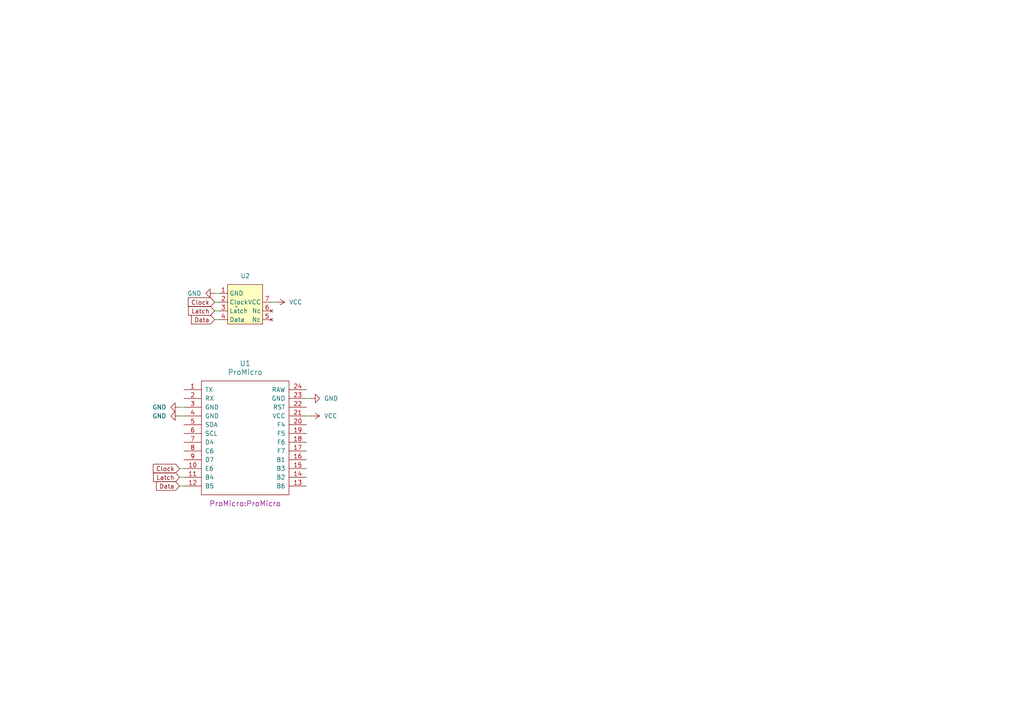
<source format=kicad_sch>
(kicad_sch (version 20230121) (generator eeschema)
  (paper "A4")
  (lib_symbols
    (symbol "NES Port:NES_Port"
      (property "Reference" "U" (at 0 -5.08 0))
      (symbol "NES_Port_0_1"
        (rectangle (start -5.08 3.81) (end -5.08 3.81))
      )
      (symbol "NES_Port_1_1"
        (rectangle (start -5.08 7.62) (end 5.08 -3.81) (fill (type background)))
        (pin unspecified line (at -7.62 5.08 0) (length 2.54) (name "GND") (number "1"))
        (pin input line (at -7.62 2.54 0) (length 2.54) (name "Clock") (number "2"))
        (pin input line (at -7.62 0 0) (length 2.54) (name "Latch") (number "3"))
        (pin output line (at -7.62 -2.54 0) (length 2.54) (name "Data") (number "4"))
        (pin no_connect line (at 7.62 -2.54 180) (length 2.54) (name "Nc") (number "5"))
        (pin no_connect line (at 7.62 0 180) (length 2.54) (name "Nc") (number "6"))
        (pin unspecified line (at 7.62 2.54 180) (length 2.54) (name "VCC") (number "7"))
      )
    )
    (symbol "ProMicro:ProMicro" (pin_names (offset 1.016))
      (property "Reference" "U" (at 0 24.13 0))
      (property "Value" "ProMicro" (at 0 -13.97 0))
      (symbol "ProMicro_0_1"
        (rectangle (start -12.7 21.59) (end 12.7 -11.43))
      )
      (symbol "ProMicro_1_1"
        (pin bidirectional line (at -17.78 19.05 0) (length 5.08) (name "TX") (number "1"))
        (pin bidirectional line (at -17.78 -3.81 0) (length 5.08) (name "E6") (number "10"))
        (pin bidirectional line (at -17.78 -6.35 0) (length 5.08) (name "B4") (number "11"))
        (pin bidirectional line (at -17.78 -8.89 0) (length 5.08) (name "B5") (number "12"))
        (pin bidirectional line (at 17.78 -8.89 180) (length 5.08) (name "B6") (number "13"))
        (pin bidirectional line (at 17.78 -6.35 180) (length 5.08) (name "B2") (number "14"))
        (pin bidirectional line (at 17.78 -3.81 180) (length 5.08) (name "B3") (number "15"))
        (pin bidirectional line (at 17.78 -1.27 180) (length 5.08) (name "B1") (number "16"))
        (pin bidirectional line (at 17.78 1.27 180) (length 5.08) (name "F7") (number "17"))
        (pin bidirectional line (at 17.78 3.81 180) (length 5.08) (name "F6") (number "18"))
        (pin bidirectional line (at 17.78 6.35 180) (length 5.08) (name "F5") (number "19"))
        (pin bidirectional line (at -17.78 16.51 0) (length 5.08) (name "RX") (number "2"))
        (pin bidirectional line (at 17.78 8.89 180) (length 5.08) (name "F4") (number "20"))
        (pin power_in line (at 17.78 11.43 180) (length 5.08) (name "VCC") (number "21"))
        (pin input line (at 17.78 13.97 180) (length 5.08) (name "RST") (number "22"))
        (pin power_in line (at 17.78 16.51 180) (length 5.08) (name "GND") (number "23"))
        (pin power_out line (at 17.78 19.05 180) (length 5.08) (name "RAW") (number "24"))
        (pin power_in line (at -17.78 13.97 0) (length 5.08) (name "GND") (number "3"))
        (pin power_in line (at -17.78 11.43 0) (length 5.08) (name "GND") (number "4"))
        (pin bidirectional line (at -17.78 8.89 0) (length 5.08) (name "SDA") (number "5"))
        (pin bidirectional line (at -17.78 6.35 0) (length 5.08) (name "SCL") (number "6"))
        (pin bidirectional line (at -17.78 3.81 0) (length 5.08) (name "D4") (number "7"))
        (pin bidirectional line (at -17.78 1.27 0) (length 5.08) (name "C6") (number "8"))
        (pin bidirectional line (at -17.78 -1.27 0) (length 5.08) (name "D7") (number "9"))
      )
    )
    (symbol "power:GND" (power) (pin_names (offset 0))
      (property "Value" "GND" (at 0 -3.81 0))
      (symbol "GND_0_1"
        (polyline (pts (xy 0 0) (xy 0 -1.27) (xy 1.27 -1.27) (xy 0 -2.54) (xy -1.27 -1.27) (xy 0 -1.27)))
      )
      (symbol "GND_1_1"
        (pin power_in line (at 0 0 270) (length 0) hide (name "GND") (number "1"))
      )
    )
    (symbol "power:VCC" (power) (pin_names (offset 0))
      (property "Value" "VCC" (at 0 3.81 0))
      (symbol "VCC_0_1"
        (polyline (pts (xy -0.762 1.27) (xy 0 2.54)))
        (polyline (pts (xy 0 0) (xy 0 2.54)))
        (polyline (pts (xy 0 2.54) (xy 0.762 1.27)))
      )
      (symbol "VCC_1_1"
        (pin power_in line (at 0 0 90) (length 0) hide (name "VCC") (number "1"))
      )
    )
  )
  (wire (pts (xy 52.07 138.43) (xy 53.34 138.43)))
  (wire (pts (xy 88.9 115.57) (xy 90.17 115.57)))
  (wire (pts (xy 62.23 92.71) (xy 63.5 92.71)))
  (wire (pts (xy 78.74 87.63) (xy 80.01 87.63)))
  (wire (pts (xy 52.07 140.97) (xy 53.34 140.97)))
  (wire (pts (xy 52.07 135.89) (xy 53.34 135.89)))
  (wire (pts (xy 62.23 87.63) (xy 63.5 87.63)))
  (wire (pts (xy 62.23 85.09) (xy 63.5 85.09)))
  (wire (pts (xy 52.07 118.11) (xy 53.34 118.11)))
  (wire (pts (xy 62.23 90.17) (xy 63.5 90.17)))
  (wire (pts (xy 88.9 120.65) (xy 90.17 120.65)))
  (wire (pts (xy 52.07 120.65) (xy 53.34 120.65)))
  (global_label "Latch" (shape input) (at 52.07 138.43 180) (property "Intersheetrefs" "${INTERSHEET_REFS}" (effects hide)))
  (global_label "Data" (shape input) (at 62.23 92.71 180) (property "Intersheetrefs" "${INTERSHEET_REFS}" (effects hide)))
  (global_label "Data" (shape input) (at 52.07 140.97 180) (property "Intersheetrefs" "${INTERSHEET_REFS}" (effects hide)))
  (global_label "Clock" (shape input) (at 52.07 135.89 180) (property "Intersheetrefs" "${INTERSHEET_REFS}" (effects hide)))
  (global_label "Latch" (shape input) (at 62.23 90.17 180) (property "Intersheetrefs" "${INTERSHEET_REFS}" (effects hide)))
  (global_label "Clock" (shape input) (at 62.23 87.63 180) (property "Intersheetrefs" "${INTERSHEET_REFS}" (effects hide)))
  (symbol (lib_id "power:VCC") (at 80.01 87.63 270) (unit 1)
    (property "Reference" "#PWR06" (effects hide))
    (property "Value" "VCC" (at 83.82 87.63 90) (effects (justify left)))
  )
  (symbol (lib_id "power:GND") (at 52.07 118.11 270) (unit 1)
    (property "Reference" "#PWR02" (effects hide))
    (property "Value" "GND" (at 48.26 118.11 90) (effects (justify right)))
  )
  (symbol (lib_id "power:GND") (at 90.17 115.57 90) (unit 1)
    (property "Reference" "#PWR03" (effects hide))
    (property "Value" "GND" (at 93.98 115.57 90) (effects (justify right)))
  )
  (symbol (lib_id "power:VCC") (at 90.17 120.65 270) (unit 1)
    (property "Reference" "#PWR05" (effects hide))
    (property "Value" "VCC" (at 93.98 120.65 90) (effects (justify left)))
  )
  (symbol (lib_id "power:GND") (at 62.23 85.09 270) (unit 1)
    (property "Reference" "#PWR01" (effects hide))
    (property "Value" "GND" (at 58.42 85.09 90) (effects (justify right)))
  )
  (symbol (lib_id "NES Port:NES_Port") (at 71.12 90.17 0) (unit 1)
    (property "Reference" "U2" (at 71.12 80.01 0))
    (property "Value" "~" (at 68.58 88.9 0))
    (property "Footprint" "NES Port:NES Port" (effects hide))
  )
  (symbol (lib_id "ProMicro:ProMicro") (at 71.12 132.08 0) (unit 1)
    (property "Reference" "U1" (at 71.12 105.41 0) (effects (font (size 1.524 1.524))))
    (property "Value" "ProMicro" (at 71.12 107.95 0) (effects (font (size 1.524 1.524))))
    (property "Footprint" "ProMicro:ProMicro" (at 71.12 146.05 0) (effects (font (size 1.524 1.524))))
  )
  (symbol (lib_id "power:GND") (at 52.07 120.65 270) (unit 1)
    (property "Reference" "#PWR04" (effects hide))
    (property "Value" "GND" (at 48.26 120.65 90) (effects (justify right)))
  )
)
</source>
